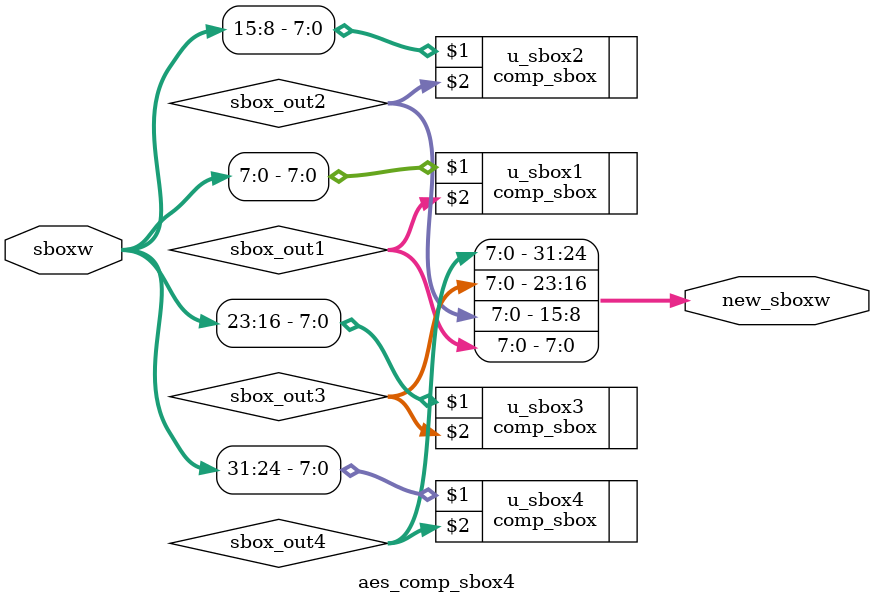
<source format=v>

module aes_comp_sbox4(
                input wire [31 : 0]  sboxw,
                output wire [31 : 0] new_sboxw
               );


  //----------------------------------------------------------------
  // Instantiate The sboxes
  //----------------------------------------------------------------

  wire [7:0] sbox_out1;
  wire [7:0] sbox_out2;
  wire [7:0] sbox_out3;
  wire [7:0] sbox_out4;

  comp_sbox u_sbox1 (sboxw[7:0], sbox_out1);
  comp_sbox u_sbox2 (sboxw[15:8], sbox_out2);
  comp_sbox u_sbox3 (sboxw[23:16], sbox_out3);
  comp_sbox u_sbox4 (sboxw[31:24], sbox_out4);

  //----------------------------------------------------------------
  // Four parallel muxes.
  //----------------------------------------------------------------
  assign new_sboxw[31 : 24] = sbox_out4;
  assign new_sboxw[23 : 16] = sbox_out3;
  assign new_sboxw[15 : 08] = sbox_out2;
  assign new_sboxw[07 : 00] = sbox_out1;

endmodule // aes_sbox

//======================================================================
// EOF aes_sbox.v
//======================================================================

</source>
